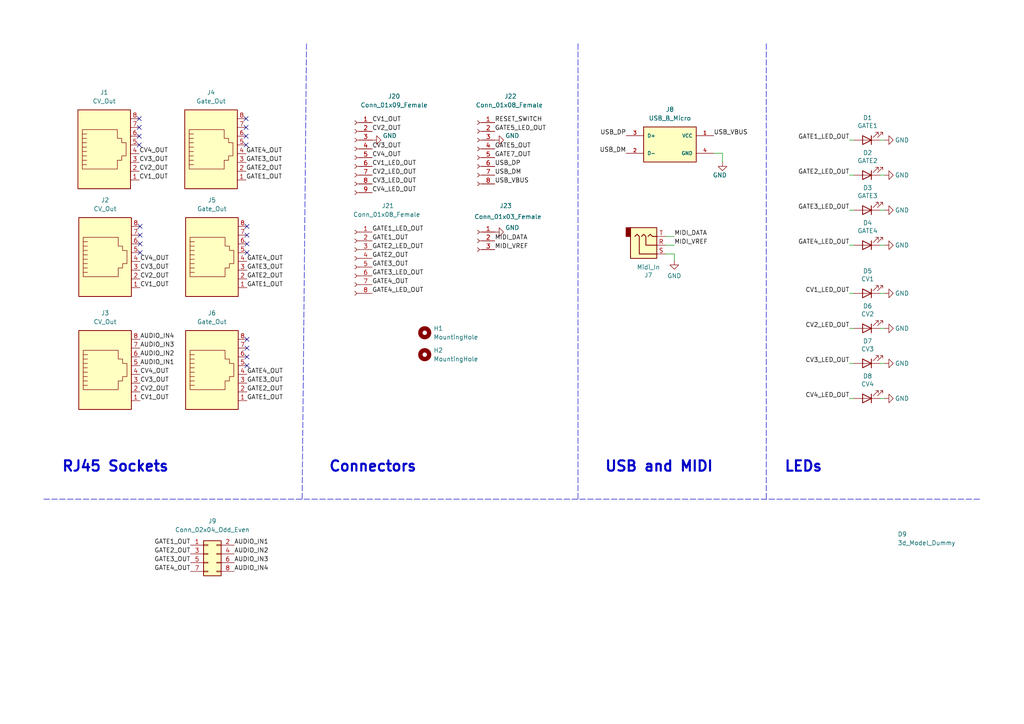
<source format=kicad_sch>
(kicad_sch (version 20211123) (generator eeschema)
  (paper "A4")
  (title_block (title "Quad MIDI Monger") (date "2023-02-28") (rev "v1.0") (company "Mountjoy Modular"))
  (lib_symbols
    (symbol "Connector:Conn_01x03_Female" (pin_names (offset 1.016) hide)
      (property "Reference" "J" (at 0 5.08 0))
      (property "Value" "Conn_01x03_Female" (at 0 -5.08 0))
      (symbol "Conn_01x03_Female_1_1"
        (arc (start 0 -2.032) (mid -0.508 -2.54) (end 0 -3.048) (stroke (width 0.1524)))
        (polyline (pts (xy -1.27 -2.54) (xy -0.508 -2.54)) (stroke (width 0.1524)))
        (polyline (pts (xy -1.27 0) (xy -0.508 0)) (stroke (width 0.1524)))
        (polyline (pts (xy -1.27 2.54) (xy -0.508 2.54)) (stroke (width 0.1524)))
        (arc (start 0 0.508) (mid -0.508 0) (end 0 -0.508) (stroke (width 0.1524)))
        (arc (start 0 3.048) (mid -0.508 2.54) (end 0 2.032) (stroke (width 0.1524)))
        (pin passive line (at -5.08 2.54 0) (length 3.81) (name "Pin_1") (number "1"))
        (pin passive line (at -5.08 0 0) (length 3.81) (name "Pin_2") (number "2"))
        (pin passive line (at -5.08 -2.54 0) (length 3.81) (name "Pin_3") (number "3"))
      )
    )
    (symbol "Connector:Conn_01x08_Female" (pin_names (offset 1.016) hide)
      (property "Reference" "J" (at 0 10.16 0))
      (property "Value" "Conn_01x08_Female" (at 0 -12.7 0))
      (symbol "Conn_01x08_Female_1_1"
        (arc (start 0 -9.652) (mid -0.508 -10.16) (end 0 -10.668) (stroke (width 0.1524)))
        (arc (start 0 -7.112) (mid -0.508 -7.62) (end 0 -8.128) (stroke (width 0.1524)))
        (arc (start 0 -4.572) (mid -0.508 -5.08) (end 0 -5.588) (stroke (width 0.1524)))
        (arc (start 0 -2.032) (mid -0.508 -2.54) (end 0 -3.048) (stroke (width 0.1524)))
        (polyline (pts (xy -1.27 -10.16) (xy -0.508 -10.16)) (stroke (width 0.1524)))
        (polyline (pts (xy -1.27 -7.62) (xy -0.508 -7.62)) (stroke (width 0.1524)))
        (polyline (pts (xy -1.27 -5.08) (xy -0.508 -5.08)) (stroke (width 0.1524)))
        (polyline (pts (xy -1.27 -2.54) (xy -0.508 -2.54)) (stroke (width 0.1524)))
        (polyline (pts (xy -1.27 0) (xy -0.508 0)) (stroke (width 0.1524)))
        (polyline (pts (xy -1.27 2.54) (xy -0.508 2.54)) (stroke (width 0.1524)))
        (polyline (pts (xy -1.27 5.08) (xy -0.508 5.08)) (stroke (width 0.1524)))
        (polyline (pts (xy -1.27 7.62) (xy -0.508 7.62)) (stroke (width 0.1524)))
        (arc (start 0 0.508) (mid -0.508 0) (end 0 -0.508) (stroke (width 0.1524)))
        (arc (start 0 3.048) (mid -0.508 2.54) (end 0 2.032) (stroke (width 0.1524)))
        (arc (start 0 5.588) (mid -0.508 5.08) (end 0 4.572) (stroke (width 0.1524)))
        (arc (start 0 8.128) (mid -0.508 7.62) (end 0 7.112) (stroke (width 0.1524)))
        (pin passive line (at -5.08 7.62 0) (length 3.81) (name "Pin_1") (number "1"))
        (pin passive line (at -5.08 5.08 0) (length 3.81) (name "Pin_2") (number "2"))
        (pin passive line (at -5.08 2.54 0) (length 3.81) (name "Pin_3") (number "3"))
        (pin passive line (at -5.08 0 0) (length 3.81) (name "Pin_4") (number "4"))
        (pin passive line (at -5.08 -2.54 0) (length 3.81) (name "Pin_5") (number "5"))
        (pin passive line (at -5.08 -5.08 0) (length 3.81) (name "Pin_6") (number "6"))
        (pin passive line (at -5.08 -7.62 0) (length 3.81) (name "Pin_7") (number "7"))
        (pin passive line (at -5.08 -10.16 0) (length 3.81) (name "Pin_8") (number "8"))
      )
    )
    (symbol "Connector:Conn_01x09_Female" (pin_names (offset 1.016) hide)
      (property "Reference" "J" (at 0 12.7 0))
      (property "Value" "Conn_01x09_Female" (at 0 -12.7 0))
      (symbol "Conn_01x09_Female_1_1"
        (arc (start 0 -9.652) (mid -0.508 -10.16) (end 0 -10.668) (stroke (width 0.1524)))
        (arc (start 0 -7.112) (mid -0.508 -7.62) (end 0 -8.128) (stroke (width 0.1524)))
        (arc (start 0 -4.572) (mid -0.508 -5.08) (end 0 -5.588) (stroke (width 0.1524)))
        (arc (start 0 -2.032) (mid -0.508 -2.54) (end 0 -3.048) (stroke (width 0.1524)))
        (polyline (pts (xy -1.27 -10.16) (xy -0.508 -10.16)) (stroke (width 0.1524)))
        (polyline (pts (xy -1.27 -7.62) (xy -0.508 -7.62)) (stroke (width 0.1524)))
        (polyline (pts (xy -1.27 -5.08) (xy -0.508 -5.08)) (stroke (width 0.1524)))
        (polyline (pts (xy -1.27 -2.54) (xy -0.508 -2.54)) (stroke (width 0.1524)))
        (polyline (pts (xy -1.27 0) (xy -0.508 0)) (stroke (width 0.1524)))
        (polyline (pts (xy -1.27 2.54) (xy -0.508 2.54)) (stroke (width 0.1524)))
        (polyline (pts (xy -1.27 5.08) (xy -0.508 5.08)) (stroke (width 0.1524)))
        (polyline (pts (xy -1.27 7.62) (xy -0.508 7.62)) (stroke (width 0.1524)))
        (polyline (pts (xy -1.27 10.16) (xy -0.508 10.16)) (stroke (width 0.1524)))
        (arc (start 0 0.508) (mid -0.508 0) (end 0 -0.508) (stroke (width 0.1524)))
        (arc (start 0 3.048) (mid -0.508 2.54) (end 0 2.032) (stroke (width 0.1524)))
        (arc (start 0 5.588) (mid -0.508 5.08) (end 0 4.572) (stroke (width 0.1524)))
        (arc (start 0 8.128) (mid -0.508 7.62) (end 0 7.112) (stroke (width 0.1524)))
        (arc (start 0 10.668) (mid -0.508 10.16) (end 0 9.652) (stroke (width 0.1524)))
        (pin passive line (at -5.08 10.16 0) (length 3.81) (name "Pin_1") (number "1"))
        (pin passive line (at -5.08 7.62 0) (length 3.81) (name "Pin_2") (number "2"))
        (pin passive line (at -5.08 5.08 0) (length 3.81) (name "Pin_3") (number "3"))
        (pin passive line (at -5.08 2.54 0) (length 3.81) (name "Pin_4") (number "4"))
        (pin passive line (at -5.08 0 0) (length 3.81) (name "Pin_5") (number "5"))
        (pin passive line (at -5.08 -2.54 0) (length 3.81) (name "Pin_6") (number "6"))
        (pin passive line (at -5.08 -5.08 0) (length 3.81) (name "Pin_7") (number "7"))
        (pin passive line (at -5.08 -7.62 0) (length 3.81) (name "Pin_8") (number "8"))
        (pin passive line (at -5.08 -10.16 0) (length 3.81) (name "Pin_9") (number "9"))
      )
    )
    (symbol "Connector:RJ45" (pin_names (offset 1.016))
      (property "Reference" "J" (at -5.08 13.97 0))
      (property "Value" "RJ45" (at 2.54 13.97 0))
      (symbol "RJ45_0_1"
        (polyline (pts (xy -5.08 4.445) (xy -6.35 4.445)))
        (polyline (pts (xy -5.08 5.715) (xy -6.35 5.715)))
        (polyline (pts (xy -6.35 -3.175) (xy -5.08 -3.175) (xy -5.08 -3.175)))
        (polyline (pts (xy -6.35 -1.905) (xy -5.08 -1.905) (xy -5.08 -1.905)))
        (polyline (pts (xy -6.35 -0.635) (xy -5.08 -0.635) (xy -5.08 -0.635)))
        (polyline (pts (xy -6.35 0.635) (xy -5.08 0.635) (xy -5.08 0.635)))
        (polyline (pts (xy -6.35 1.905) (xy -5.08 1.905) (xy -5.08 1.905)))
        (polyline (pts (xy -5.08 3.175) (xy -6.35 3.175) (xy -6.35 3.175)))
        (polyline (pts (xy -6.35 -4.445) (xy -6.35 6.985) (xy 3.81 6.985) (xy 3.81 4.445) (xy 5.08 4.445) (xy 5.08 3.175) (xy 6.35 3.175) (xy 6.35 -0.635) (xy 5.08 -0.635) (xy 5.08 -1.905) (xy 3.81 -1.905) (xy 3.81 -4.445) (xy -6.35 -4.445) (xy -6.35 -4.445)))
        (rectangle (start 7.62 12.7) (end -7.62 -10.16) (stroke (width 0.254)) (fill (type background)))
      )
      (symbol "RJ45_1_1"
        (pin passive line (at 10.16 -7.62 180) (length 2.54) (name "~") (number "1"))
        (pin passive line (at 10.16 -5.08 180) (length 2.54) (name "~") (number "2"))
        (pin passive line (at 10.16 -2.54 180) (length 2.54) (name "~") (number "3"))
        (pin passive line (at 10.16 0 180) (length 2.54) (name "~") (number "4"))
        (pin passive line (at 10.16 2.54 180) (length 2.54) (name "~") (number "5"))
        (pin passive line (at 10.16 5.08 180) (length 2.54) (name "~") (number "6"))
        (pin passive line (at 10.16 7.62 180) (length 2.54) (name "~") (number "7"))
        (pin passive line (at 10.16 10.16 180) (length 2.54) (name "~") (number "8"))
      )
    )
    (symbol "Connector_Generic:Conn_02x04_Odd_Even" (pin_names (offset 1.016) hide)
      (property "Reference" "J" (at 1.27 5.08 0))
      (property "Value" "Conn_02x04_Odd_Even" (at 1.27 -7.62 0))
      (symbol "Conn_02x04_Odd_Even_1_1"
        (rectangle (start -1.27 -4.953) (end 0 -5.207) (stroke (width 0.1524)))
        (rectangle (start -1.27 -2.413) (end 0 -2.667) (stroke (width 0.1524)))
        (rectangle (start -1.27 0.127) (end 0 -0.127) (stroke (width 0.1524)))
        (rectangle (start -1.27 2.667) (end 0 2.413) (stroke (width 0.1524)))
        (rectangle (start -1.27 3.81) (end 3.81 -6.35) (stroke (width 0.254)) (fill (type background)))
        (rectangle (start 3.81 -4.953) (end 2.54 -5.207) (stroke (width 0.1524)))
        (rectangle (start 3.81 -2.413) (end 2.54 -2.667) (stroke (width 0.1524)))
        (rectangle (start 3.81 0.127) (end 2.54 -0.127) (stroke (width 0.1524)))
        (rectangle (start 3.81 2.667) (end 2.54 2.413) (stroke (width 0.1524)))
        (pin passive line (at -5.08 2.54 0) (length 3.81) (name "Pin_1") (number "1"))
        (pin passive line (at 7.62 2.54 180) (length 3.81) (name "Pin_2") (number "2"))
        (pin passive line (at -5.08 0 0) (length 3.81) (name "Pin_3") (number "3"))
        (pin passive line (at 7.62 0 180) (length 3.81) (name "Pin_4") (number "4"))
        (pin passive line (at -5.08 -2.54 0) (length 3.81) (name "Pin_5") (number "5"))
        (pin passive line (at 7.62 -2.54 180) (length 3.81) (name "Pin_6") (number "6"))
        (pin passive line (at -5.08 -5.08 0) (length 3.81) (name "Pin_7") (number "7"))
        (pin passive line (at 7.62 -5.08 180) (length 3.81) (name "Pin_8") (number "8"))
      )
    )
    (symbol "Device:LED" (pin_numbers hide) (pin_names (offset 1.016) hide)
      (property "Reference" "D" (at 0 2.54 0))
      (property "Value" "LED" (at 0 -2.54 0))
      (symbol "LED_0_1"
        (polyline (pts (xy -1.27 -1.27) (xy -1.27 1.27)) (stroke (width 0.254)))
        (polyline (pts (xy -1.27 0) (xy 1.27 0)))
        (polyline (pts (xy 1.27 -1.27) (xy 1.27 1.27) (xy -1.27 0) (xy 1.27 -1.27)) (stroke (width 0.254)))
        (polyline (pts (xy -3.048 -0.762) (xy -4.572 -2.286) (xy -3.81 -2.286) (xy -4.572 -2.286) (xy -4.572 -1.524)))
        (polyline (pts (xy -1.778 -0.762) (xy -3.302 -2.286) (xy -2.54 -2.286) (xy -3.302 -2.286) (xy -3.302 -1.524)))
      )
      (symbol "LED_1_1"
        (pin passive line (at -3.81 0 0) (length 2.54) (name "K") (number "1"))
        (pin passive line (at 3.81 0 180) (length 2.54) (name "A") (number "2"))
      )
    )
    (symbol "Mechanical:MountingHole" (pin_names (offset 1.016))
      (property "Reference" "H" (at 0 5.08 0))
      (property "Value" "MountingHole" (at 0 3.175 0))
      (symbol "MountingHole_0_1"
        (circle (center 0 0) (radius 1.27) (stroke (width 1.27)))
      )
    )
    (symbol "Mountjoy:3d_Model_Dummy"
      (property "Reference" "D" (at 0 0 0))
      (property "Value" "3d_Model_Dummy" (at 0 0 0))
    )
    (symbol "USB_TE_1734517-1:1734517-1" (pin_names (offset 1.016))
      (property "Reference" "J?" (at -1.27 5.715 0))
      (property "Value" "1734517-1" (at -6.35 -7.62 0))
      (symbol "1734517-1_0_0"
        (rectangle (start -7.62 -5.08) (end 7.62 5.08) (stroke (width 0.254)) (fill (type background)))
        (pin output line (at 12.7 2.54 180) (length 5.08) (name "VCC") (number "1"))
        (pin bidirectional line (at -12.7 -2.54 0) (length 5.08) (name "D-") (number "2"))
        (pin bidirectional line (at -12.7 2.54 0) (length 5.08) (name "D+") (number "3"))
        (pin power_in line (at 12.7 -2.54 180) (length 5.08) (name "GND") (number "4"))
        (pin no_connect line (at -12.7 0 0) (length 5.08) hide (name "SLD") (number "5"))
        (pin no_connect line (at 12.7 0 180) (length 5.08) hide (name "SLD") (number "6"))
      )
    )
    (symbol "power:GND" (power) (pin_names (offset 0))
      (property "Value" "GND" (at 0 -3.81 0))
      (symbol "GND_0_1"
        (polyline (pts (xy 0 0) (xy 0 -1.27) (xy 1.27 -1.27) (xy 0 -2.54) (xy -1.27 -1.27) (xy 0 -1.27)))
      )
      (symbol "GND_1_1"
        (pin power_in line (at 0 0 270) (length 0) hide (name "GND") (number "1"))
      )
    )
    (symbol "thonkiconn:AudioJack3"
      (property "Reference" "J" (at 0 8.89 0))
      (property "Value" "AudioJack3" (at 0 6.35 0))
      (symbol "AudioJack3_0_1"
        (rectangle (start -5.08 -5.08) (end -6.35 -2.54) (stroke (width 0.254)) (fill (type outline)))
        (polyline (pts (xy 0 -2.54) (xy 0.635 -3.175) (xy 1.27 -2.54) (xy 2.54 -2.54)) (stroke (width 0.254)))
        (polyline (pts (xy -1.905 -2.54) (xy -1.27 -3.175) (xy -0.635 -2.54) (xy -0.635 0) (xy 2.54 0)) (stroke (width 0.254)))
        (polyline (pts (xy 2.54 2.54) (xy -2.54 2.54) (xy -2.54 -2.54) (xy -3.175 -3.175) (xy -3.81 -2.54)) (stroke (width 0.254)))
        (rectangle (start 2.54 3.81) (end -5.08 -5.08) (stroke (width 0.254)) (fill (type background)))
      )
      (symbol "AudioJack3_1_1"
        (pin passive line (at 5.08 0 180) (length 2.54) (name "~") (number "R"))
        (pin passive line (at 5.08 2.54 180) (length 2.54) (name "~") (number "S"))
        (pin passive line (at 5.08 -2.54 180) (length 2.54) (name "~") (number "T"))
      )
    )
  )
  (no_connect (at 40.386 42.037))
  (no_connect (at 71.628 100.965))
  (no_connect (at 71.374 36.957))
  (no_connect (at 40.64 73.279))
  (no_connect (at 71.628 106.045))
  (no_connect (at 40.386 36.957))
  (no_connect (at 71.628 65.659))
  (no_connect (at 71.628 103.505))
  (no_connect (at 40.64 65.659))
  (no_connect (at 71.628 70.739))
  (no_connect (at 71.628 73.279))
  (no_connect (at 40.386 34.417))
  (no_connect (at 40.386 39.497))
  (no_connect (at 40.64 68.199))
  (no_connect (at 71.374 34.417))
  (no_connect (at 71.628 98.425))
  (no_connect (at 71.374 39.497))
  (no_connect (at 71.628 68.199))
  (no_connect (at 71.374 42.037))
  (no_connect (at 40.64 70.739))
  (polyline (pts (xy 12.7 144.78) (xy 284.48 144.78)))
  (wire (pts (xy 255.27 50.8) (xy 256.54 50.8)))
  (polyline (pts (xy 88.9 12.7) (xy 87.63 144.78)))
  (wire (pts (xy 246.38 40.64) (xy 247.65 40.64)))
  (polyline (pts (xy 222.25 12.7) (xy 222.25 144.78)))
  (wire (pts (xy 193.04 68.58) (xy 195.58 68.58)))
  (wire (pts (xy 255.27 71.12) (xy 256.54 71.12)))
  (wire (pts (xy 255.27 95.25) (xy 256.54 95.25)))
  (wire (pts (xy 193.04 73.66) (xy 195.58 73.66)))
  (wire (pts (xy 246.38 115.57) (xy 247.65 115.57)))
  (wire (pts (xy 255.27 60.96) (xy 256.54 60.96)))
  (wire (pts (xy 255.27 115.57) (xy 256.54 115.57)))
  (polyline (pts (xy 167.64 12.7) (xy 167.64 144.78)))
  (wire (pts (xy 209.55 44.45) (xy 209.55 46.99)))
  (wire (pts (xy 246.38 50.8) (xy 247.65 50.8)))
  (wire (pts (xy 255.27 85.09) (xy 256.54 85.09)))
  (wire (pts (xy 255.27 40.64) (xy 256.54 40.64)))
  (wire (pts (xy 195.58 73.66) (xy 195.58 75.565)))
  (wire (pts (xy 193.04 71.12) (xy 195.58 71.12)))
  (wire (pts (xy 255.27 105.41) (xy 256.54 105.41)))
  (wire (pts (xy 246.38 95.25) (xy 247.65 95.25)))
  (wire (pts (xy 207.01 44.45) (xy 209.55 44.45)))
  (wire (pts (xy 246.38 85.09) (xy 247.65 85.09)))
  (wire (pts (xy 246.38 60.96) (xy 247.65 60.96)))
  (wire (pts (xy 246.38 105.41) (xy 247.65 105.41)))
  (wire (pts (xy 246.38 71.12) (xy 247.65 71.12)))
  (text "RJ45 Sockets" (at 17.78 137.16 0) (effects (font (size 3 3) (thickness 0.6) bold) (justify left bottom)))
  (text "LEDs" (at 227.33 137.16 0) (effects (font (size 3 3) (thickness 0.6) bold) (justify left bottom)))
  (text "USB and MIDI" (at 175.26 137.16 0) (effects (font (size 3 3) (thickness 0.6) bold) (justify left bottom)))
  (text "Connectors" (at 95.25 137.16 0) (effects (font (size 3 3) (thickness 0.6) bold) (justify left bottom)))
  (label "CV1_OUT" (at 40.64 116.205 0))
  (label "GATE2_OUT" (at 71.374 49.657 0))
  (label "GATE3_OUT" (at 71.628 111.125 0))
  (label "USB_VBUS" (at 143.51 53.34 0))
  (label "GATE4_OUT" (at 107.95 82.55 0))
  (label "CV1_OUT" (at 40.64 83.439 0))
  (label "CV4_LED_OUT" (at 246.38 115.57 180))
  (label "GATE4_LED_OUT" (at 246.38 71.12 180))
  (label "CV3_OUT" (at 40.64 78.359 0))
  (label "GATE1_OUT" (at 71.628 116.205 0))
  (label "GATE3_LED_OUT" (at 107.95 80.01 0))
  (label "GATE3_OUT" (at 71.374 47.117 0))
  (label "CV3_OUT" (at 40.64 111.125 0))
  (label "CV2_LED_OUT" (at 107.95 50.8 0))
  (label "GATE2_OUT" (at 71.628 113.665 0))
  (label "GATE2_OUT" (at 107.95 74.93 0))
  (label "CV3_OUT" (at 40.386 47.117 0))
  (label "CV2_OUT" (at 40.64 80.899 0))
  (label "AUDIO_IN1" (at 67.945 158.115 0))
  (label "RESET_SWITCH" (at 143.51 35.56 0))
  (label "MIDI_VREF" (at 195.58 71.12 0))
  (label "CV4_OUT" (at 40.64 108.585 0))
  (label "GATE5_LED_OUT" (at 143.51 38.1 0))
  (label "GATE3_LED_OUT" (at 246.38 60.96 180))
  (label "CV2_LED_OUT" (at 246.38 95.25 180))
  (label "GATE1_OUT" (at 71.374 52.197 0))
  (label "AUDIO_IN2" (at 40.64 103.505 0))
  (label "CV2_OUT" (at 107.95 38.1 0))
  (label "AUDIO_IN3" (at 67.945 163.195 0))
  (label "USB_DP" (at 143.51 48.26 0))
  (label "GATE7_OUT" (at 143.51 45.72 0))
  (label "GATE1_OUT" (at 107.95 69.85 0))
  (label "USB_VBUS" (at 207.01 39.37 0))
  (label "AUDIO_IN4" (at 40.64 98.425 0))
  (label "AUDIO_IN3" (at 40.64 100.965 0))
  (label "GATE2_LED_OUT" (at 246.38 50.8 180))
  (label "GATE2_OUT" (at 71.628 80.899 0))
  (label "USB_DM" (at 143.51 50.8 0))
  (label "CV2_OUT" (at 40.386 49.657 0))
  (label "GATE2_OUT" (at 55.245 160.655 180))
  (label "GATE4_OUT" (at 71.374 44.577 0))
  (label "GATE3_OUT" (at 71.628 78.359 0))
  (label "CV4_LED_OUT" (at 107.95 55.88 0))
  (label "GATE1_LED_OUT" (at 246.38 40.64 180))
  (label "CV3_LED_OUT" (at 246.38 105.41 180))
  (label "GATE5_OUT" (at 143.51 43.18 0))
  (label "USB_DM" (at 181.61 44.45 180))
  (label "USB_DP" (at 181.61 39.37 180))
  (label "MIDI_VREF" (at 143.51 72.39 0))
  (label "CV1_LED_OUT" (at 246.38 85.09 180))
  (label "CV1_OUT" (at 107.95 35.56 0))
  (label "CV4_OUT" (at 40.386 44.577 0))
  (label "GATE2_LED_OUT" (at 107.95 72.39 0))
  (label "AUDIO_IN1" (at 40.64 106.045 0))
  (label "GATE1_OUT" (at 71.628 83.439 0))
  (label "GATE4_OUT" (at 71.628 75.819 0))
  (label "CV3_LED_OUT" (at 107.95 53.34 0))
  (label "GATE4_LED_OUT" (at 107.95 85.09 0))
  (label "GATE1_OUT" (at 55.245 158.115 180))
  (label "GATE4_OUT" (at 71.628 108.585 0))
  (label "MIDI_DATA" (at 143.51 69.85 0))
  (label "CV2_OUT" (at 40.64 113.665 0))
  (label "CV1_OUT" (at 40.386 52.197 0))
  (label "GATE4_OUT" (at 55.245 165.735 180))
  (label "CV4_OUT" (at 107.95 45.72 0))
  (label "CV1_LED_OUT" (at 107.95 48.26 0))
  (label "GATE3_OUT" (at 107.95 77.47 0))
  (label "CV3_OUT" (at 107.95 43.18 0))
  (label "GATE3_OUT" (at 55.245 163.195 180))
  (label "CV4_OUT" (at 40.64 75.819 0))
  (label "AUDIO_IN4" (at 67.945 165.735 0))
  (label "GATE1_LED_OUT" (at 107.95 67.31 0))
  (label "AUDIO_IN2" (at 67.945 160.655 0))
  (label "MIDI_DATA" (at 195.58 68.58 0))
  (symbol (lib_id "Connector:Conn_01x09_Female") (at 102.87 45.72 0) (mirror y) (unit 1)
    (property "Reference" "J20" (at 114.3 27.94 0))
    (property "Value" "Conn_01x09_Female" (at 114.3 30.48 0))
    (property "Footprint" "Socket_Strips:Socket_Strip_Straight_1x09_Pitch2.54mm" (effects hide))
  )
  (symbol (lib_id "power:GND") (at 107.95 40.64 90) (unit 1)
    (property "Reference" "#PWR0101" (effects hide))
    (property "Value" "GND" (at 113.03 39.37 90))
  )
  (symbol (lib_id "Device:LED") (at 251.46 40.64 180) (unit 1)
    (property "Reference" "D1" (at 251.6378 34.163 0))
    (property "Value" "GATE1" (at 251.6378 36.4744 0))
    (property "Footprint" "LEDs:LED_D3.0mm" (effects hide))
  )
  (symbol (lib_id "power:GND") (at 256.54 40.64 90) (mirror x) (unit 1)
    (property "Reference" "#PWR017" (effects hide))
    (property "Value" "GND" (at 261.62 40.64 90))
  )
  (symbol (lib_id "Connector:Conn_01x08_Female") (at 102.87 74.93 0) (mirror y) (unit 1)
    (property "Reference" "J21" (at 114.3 59.69 0) (effects (justify left)))
    (property "Value" "Conn_01x08_Female" (at 121.92 62.23 0) (effects (justify left)))
    (property "Footprint" "Socket_Strips:Socket_Strip_Straight_1x08_Pitch2.54mm" (effects hide))
  )
  (symbol (lib_id "Connector:Conn_01x08_Female") (at 138.43 43.18 0) (mirror y) (unit 1)
    (property "Reference" "J22" (at 149.86 27.94 0) (effects (justify left)))
    (property "Value" "Conn_01x08_Female" (at 157.48 30.48 0) (effects (justify left)))
    (property "Footprint" "Socket_Strips:Socket_Strip_Straight_1x08_Pitch2.54mm" (effects hide))
  )
  (symbol (lib_id "Device:LED") (at 251.46 50.8 180) (unit 1)
    (property "Reference" "D2" (at 251.6378 44.323 0))
    (property "Value" "GATE2" (at 251.6378 46.6344 0))
    (property "Footprint" "LEDs:LED_D3.0mm" (effects hide))
  )
  (symbol (lib_id "power:GND") (at 256.54 50.8 90) (mirror x) (unit 1)
    (property "Reference" "#PWR018" (effects hide))
    (property "Value" "GND" (at 261.62 50.8 90))
  )
  (symbol (lib_id "Device:LED") (at 251.46 60.96 180) (unit 1)
    (property "Reference" "D3" (at 251.6378 54.483 0))
    (property "Value" "GATE3" (at 251.6378 56.7944 0))
    (property "Footprint" "LEDs:LED_D3.0mm" (effects hide))
  )
  (symbol (lib_id "power:GND") (at 256.54 60.96 90) (mirror x) (unit 1)
    (property "Reference" "#PWR019" (effects hide))
    (property "Value" "GND" (at 261.62 60.96 90))
  )
  (symbol (lib_id "Device:LED") (at 251.46 71.12 180) (unit 1)
    (property "Reference" "D4" (at 251.6378 64.643 0))
    (property "Value" "GATE4" (at 251.6378 66.9544 0))
    (property "Footprint" "LEDs:LED_D3.0mm" (effects hide))
  )
  (symbol (lib_id "power:GND") (at 256.54 71.12 90) (mirror x) (unit 1)
    (property "Reference" "#PWR020" (effects hide))
    (property "Value" "GND" (at 261.62 71.12 90))
  )
  (symbol (lib_id "Device:LED") (at 251.46 85.09 180) (unit 1)
    (property "Reference" "D5" (at 251.6378 78.613 0))
    (property "Value" "CV1" (at 251.6378 80.9244 0))
    (property "Footprint" "LEDs:LED_D3.0mm" (effects hide))
  )
  (symbol (lib_id "Device:LED") (at 251.46 95.25 180) (unit 1)
    (property "Reference" "D6" (at 251.6378 88.773 0))
    (property "Value" "CV2" (at 251.6378 91.0844 0))
    (property "Footprint" "LEDs:LED_D3.0mm" (effects hide))
  )
  (symbol (lib_id "Device:LED") (at 251.46 105.41 180) (unit 1)
    (property "Reference" "D7" (at 251.6378 98.933 0))
    (property "Value" "CV3" (at 251.6378 101.2444 0))
    (property "Footprint" "LEDs:LED_D3.0mm" (effects hide))
  )
  (symbol (lib_id "Device:LED") (at 251.46 115.57 180) (unit 1)
    (property "Reference" "D8" (at 251.6378 109.093 0))
    (property "Value" "CV4" (at 251.6378 111.4044 0))
    (property "Footprint" "LEDs:LED_D3.0mm" (effects hide))
  )
  (symbol (lib_id "power:GND") (at 256.54 85.09 90) (mirror x) (unit 1)
    (property "Reference" "#PWR021" (effects hide))
    (property "Value" "GND" (at 261.62 85.09 90))
  )
  (symbol (lib_id "power:GND") (at 256.54 95.25 90) (mirror x) (unit 1)
    (property "Reference" "#PWR022" (effects hide))
    (property "Value" "GND" (at 261.62 95.25 90))
  )
  (symbol (lib_id "power:GND") (at 256.54 105.41 90) (mirror x) (unit 1)
    (property "Reference" "#PWR023" (effects hide))
    (property "Value" "GND" (at 261.62 105.41 90))
  )
  (symbol (lib_id "power:GND") (at 256.54 115.57 90) (mirror x) (unit 1)
    (property "Reference" "#PWR024" (effects hide))
    (property "Value" "GND" (at 261.62 115.57 90))
  )
  (symbol (lib_id "power:GND") (at 143.51 40.64 90) (unit 1)
    (property "Reference" "#PWR01" (effects hide))
    (property "Value" "GND" (at 148.59 39.37 90))
  )
  (symbol (lib_id "power:GND") (at 143.51 67.31 90) (unit 1)
    (property "Reference" "#PWR06" (effects hide))
    (property "Value" "GND" (at 148.59 66.04 90))
  )
  (symbol (lib_id "Mechanical:MountingHole") (at 123.19 102.87 0) (unit 1)
    (property "Reference" "H2" (at 125.73 101.5999 0) (effects (justify left)))
    (property "Value" "MountingHole" (at 125.73 104.1399 0) (effects (justify left)))
    (property "Footprint" "MountingHole:MountingHole_3.2mm_M3_ISO14580" (effects hide))
  )
  (symbol (lib_id "USB_TE_1734517-1:1734517-1") (at 194.31 41.91 0) (unit 1)
    (property "Reference" "J8" (at 194.31 31.75 0))
    (property "Value" "USB_B_Micro" (at 194.31 34.29 0))
    (property "Footprint" "Custom_Footprints:USB_TE_1734517-1" (effects hide))
    (property "Datasheet" "https://uk.rs-online.com/web/p/products/7187236/" (effects hide))
  )
  (symbol (lib_id "Connector:RJ45") (at 61.468 108.585 0) (unit 1)
    (property "Reference" "J6" (at 61.468 90.805 0))
    (property "Value" "Gate_Out" (at 61.468 93.345 0))
    (property "Footprint" "Custom_Footprints:RJ45_Molex_42878-8506" (effects hide))
  )
  (symbol (lib_id "Mountjoy:3d_Model_Dummy") (at 259.08 156.21 0) (unit 1)
    (property "Reference" "D9" (at 260.35 154.9399 0) (effects (justify left)))
    (property "Value" "3d_Model_Dummy" (at 260.35 157.4799 0) (effects (justify left)))
    (property "Footprint" "Custom_Footprints:3D_Dummy" (effects hide))
  )
  (symbol (lib_id "thonkiconn:AudioJack3") (at 187.96 71.12 0) (mirror x) (unit 1)
    (property "Reference" "J7" (at 188.0616 79.8068 0))
    (property "Value" "Midi_In" (at 188.0616 77.4954 0))
    (property "Footprint" "Custom_Footprints:Thonkiconn_Stereo-PJ366ST" (effects hide))
  )
  (symbol (lib_id "Connector:RJ45") (at 61.468 75.819 0) (unit 1)
    (property "Reference" "J5" (at 61.468 58.039 0))
    (property "Value" "Gate_Out" (at 61.468 60.579 0))
    (property "Footprint" "Custom_Footprints:RJ45_Molex_42878-8506" (effects hide))
  )
  (symbol (lib_id "Connector:RJ45") (at 30.48 108.585 0) (unit 1)
    (property "Reference" "J3" (at 30.48 90.805 0))
    (property "Value" "CV_Out" (at 30.48 93.345 0))
    (property "Footprint" "Custom_Footprints:RJ45_Molex_42878-8506" (effects hide))
  )
  (symbol (lib_id "Connector:RJ45") (at 30.48 75.819 0) (unit 1)
    (property "Reference" "J2" (at 30.48 58.039 0))
    (property "Value" "CV_Out" (at 30.48 60.579 0))
    (property "Footprint" "Custom_Footprints:RJ45_Molex_42878-8506" (effects hide))
  )
  (symbol (lib_id "Connector:RJ45") (at 30.226 44.577 0) (unit 1)
    (property "Reference" "J1" (at 30.226 26.797 0))
    (property "Value" "CV_Out" (at 30.226 29.337 0))
    (property "Footprint" "Custom_Footprints:RJ45_Molex_42878-8506" (effects hide))
  )
  (symbol (lib_id "Mechanical:MountingHole") (at 123.19 96.52 0) (unit 1)
    (property "Reference" "H1" (at 125.73 95.2499 0) (effects (justify left)))
    (property "Value" "MountingHole" (at 125.73 97.7899 0) (effects (justify left)))
    (property "Footprint" "MountingHole:MountingHole_3.2mm_M3_ISO14580" (effects hide))
  )
  (symbol (lib_id "Connector_Generic:Conn_02x04_Odd_Even") (at 60.325 160.655 0) (unit 1)
    (property "Reference" "J9" (at 61.595 151.13 0))
    (property "Value" "Conn_02x04_Odd_Even" (at 61.595 153.67 0))
    (property "Footprint" "Connector_PinHeader_2.54mm:PinHeader_2x04_P2.54mm_Vertical" (effects hide))
  )
  (symbol (lib_id "power:GND") (at 195.58 75.565 0) (unit 1)
    (property "Reference" "#PWR02" (effects hide))
    (property "Value" "GND" (at 195.58 80.01 0))
  )
  (symbol (lib_id "power:GND") (at 209.55 46.99 0) (unit 1)
    (property "Reference" "#PWR03" (effects hide))
    (property "Value" "GND" (at 210.82 50.8 0) (effects (justify right)))
  )
  (symbol (lib_id "Connector:Conn_01x03_Female") (at 138.43 69.85 0) (mirror y) (unit 1)
    (property "Reference" "J23" (at 146.685 59.69 0))
    (property "Value" "Conn_01x03_Female" (at 147.32 62.865 0))
    (property "Footprint" "Connector_PinHeader_2.54mm:PinHeader_1x03_P2.54mm_Vertical" (effects hide))
  )
  (symbol (lib_id "Connector:RJ45") (at 61.214 44.577 0) (unit 1)
    (property "Reference" "J4" (at 61.214 26.797 0))
    (property "Value" "Gate_Out" (at 61.214 29.337 0))
    (property "Footprint" "Custom_Footprints:RJ45_Molex_42878-8506" (effects hide))
  )
)
</source>
